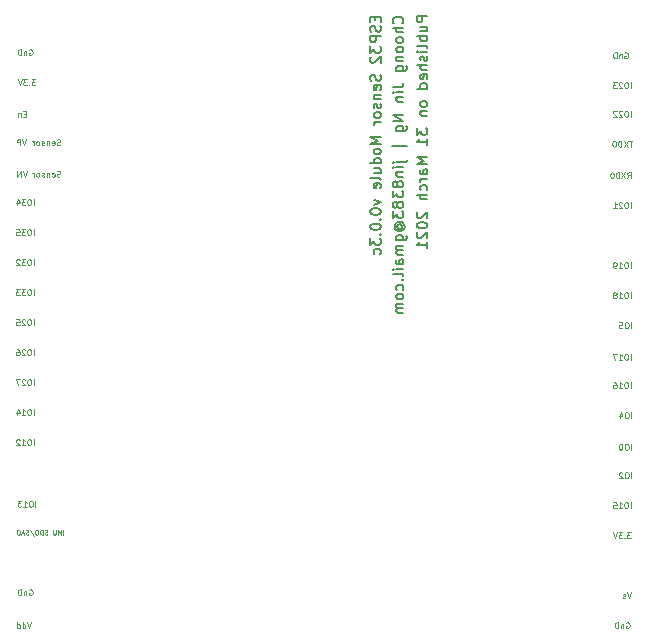
<source format=gbr>
%TF.GenerationSoftware,KiCad,Pcbnew,(5.1.9)-1*%
%TF.CreationDate,2021-03-31T16:36:21-07:00*%
%TF.ProjectId,esp32_sensor,65737033-325f-4736-956e-736f722e6b69,v0.0.3c*%
%TF.SameCoordinates,Original*%
%TF.FileFunction,Legend,Bot*%
%TF.FilePolarity,Positive*%
%FSLAX46Y46*%
G04 Gerber Fmt 4.6, Leading zero omitted, Abs format (unit mm)*
G04 Created by KiCad (PCBNEW (5.1.9)-1) date 2021-03-31 16:36:21*
%MOMM*%
%LPD*%
G01*
G04 APERTURE LIST*
%ADD10C,0.140000*%
%ADD11C,0.070000*%
G04 APERTURE END LIST*
D10*
X121057142Y-73243714D02*
X120157142Y-73243714D01*
X120157142Y-73586571D01*
X120200000Y-73672285D01*
X120242857Y-73715142D01*
X120328571Y-73758000D01*
X120457142Y-73758000D01*
X120542857Y-73715142D01*
X120585714Y-73672285D01*
X120628571Y-73586571D01*
X120628571Y-73243714D01*
X120457142Y-74529428D02*
X121057142Y-74529428D01*
X120457142Y-74143714D02*
X120928571Y-74143714D01*
X121014285Y-74186571D01*
X121057142Y-74272285D01*
X121057142Y-74400857D01*
X121014285Y-74486571D01*
X120971428Y-74529428D01*
X121057142Y-74958000D02*
X120157142Y-74958000D01*
X120500000Y-74958000D02*
X120457142Y-75043714D01*
X120457142Y-75215142D01*
X120500000Y-75300857D01*
X120542857Y-75343714D01*
X120628571Y-75386571D01*
X120885714Y-75386571D01*
X120971428Y-75343714D01*
X121014285Y-75300857D01*
X121057142Y-75215142D01*
X121057142Y-75043714D01*
X121014285Y-74958000D01*
X121057142Y-75900857D02*
X121014285Y-75815142D01*
X120928571Y-75772285D01*
X120157142Y-75772285D01*
X121057142Y-76243714D02*
X120457142Y-76243714D01*
X120157142Y-76243714D02*
X120200000Y-76200857D01*
X120242857Y-76243714D01*
X120200000Y-76286571D01*
X120157142Y-76243714D01*
X120242857Y-76243714D01*
X121014285Y-76629428D02*
X121057142Y-76715142D01*
X121057142Y-76886571D01*
X121014285Y-76972285D01*
X120928571Y-77015142D01*
X120885714Y-77015142D01*
X120800000Y-76972285D01*
X120757142Y-76886571D01*
X120757142Y-76758000D01*
X120714285Y-76672285D01*
X120628571Y-76629428D01*
X120585714Y-76629428D01*
X120500000Y-76672285D01*
X120457142Y-76758000D01*
X120457142Y-76886571D01*
X120500000Y-76972285D01*
X121057142Y-77400857D02*
X120157142Y-77400857D01*
X121057142Y-77786571D02*
X120585714Y-77786571D01*
X120500000Y-77743714D01*
X120457142Y-77658000D01*
X120457142Y-77529428D01*
X120500000Y-77443714D01*
X120542857Y-77400857D01*
X121014285Y-78558000D02*
X121057142Y-78472285D01*
X121057142Y-78300857D01*
X121014285Y-78215142D01*
X120928571Y-78172285D01*
X120585714Y-78172285D01*
X120500000Y-78215142D01*
X120457142Y-78300857D01*
X120457142Y-78472285D01*
X120500000Y-78558000D01*
X120585714Y-78600857D01*
X120671428Y-78600857D01*
X120757142Y-78172285D01*
X121057142Y-79372285D02*
X120157142Y-79372285D01*
X121014285Y-79372285D02*
X121057142Y-79286571D01*
X121057142Y-79115142D01*
X121014285Y-79029428D01*
X120971428Y-78986571D01*
X120885714Y-78943714D01*
X120628571Y-78943714D01*
X120542857Y-78986571D01*
X120500000Y-79029428D01*
X120457142Y-79115142D01*
X120457142Y-79286571D01*
X120500000Y-79372285D01*
X121057142Y-80615142D02*
X121014285Y-80529428D01*
X120971428Y-80486571D01*
X120885714Y-80443714D01*
X120628571Y-80443714D01*
X120542857Y-80486571D01*
X120500000Y-80529428D01*
X120457142Y-80615142D01*
X120457142Y-80743714D01*
X120500000Y-80829428D01*
X120542857Y-80872285D01*
X120628571Y-80915142D01*
X120885714Y-80915142D01*
X120971428Y-80872285D01*
X121014285Y-80829428D01*
X121057142Y-80743714D01*
X121057142Y-80615142D01*
X120457142Y-81300857D02*
X121057142Y-81300857D01*
X120542857Y-81300857D02*
X120500000Y-81343714D01*
X120457142Y-81429428D01*
X120457142Y-81558000D01*
X120500000Y-81643714D01*
X120585714Y-81686571D01*
X121057142Y-81686571D01*
X120157142Y-82715142D02*
X120157142Y-83272285D01*
X120500000Y-82972285D01*
X120500000Y-83100857D01*
X120542857Y-83186571D01*
X120585714Y-83229428D01*
X120671428Y-83272285D01*
X120885714Y-83272285D01*
X120971428Y-83229428D01*
X121014285Y-83186571D01*
X121057142Y-83100857D01*
X121057142Y-82843714D01*
X121014285Y-82758000D01*
X120971428Y-82715142D01*
X121057142Y-84129428D02*
X121057142Y-83615142D01*
X121057142Y-83872285D02*
X120157142Y-83872285D01*
X120285714Y-83786571D01*
X120371428Y-83700857D01*
X120414285Y-83615142D01*
X121057142Y-85200857D02*
X120157142Y-85200857D01*
X120800000Y-85500857D01*
X120157142Y-85800857D01*
X121057142Y-85800857D01*
X121057142Y-86615142D02*
X120585714Y-86615142D01*
X120500000Y-86572285D01*
X120457142Y-86486571D01*
X120457142Y-86315142D01*
X120500000Y-86229428D01*
X121014285Y-86615142D02*
X121057142Y-86529428D01*
X121057142Y-86315142D01*
X121014285Y-86229428D01*
X120928571Y-86186571D01*
X120842857Y-86186571D01*
X120757142Y-86229428D01*
X120714285Y-86315142D01*
X120714285Y-86529428D01*
X120671428Y-86615142D01*
X121057142Y-87043714D02*
X120457142Y-87043714D01*
X120628571Y-87043714D02*
X120542857Y-87086571D01*
X120500000Y-87129428D01*
X120457142Y-87215142D01*
X120457142Y-87300857D01*
X121014285Y-87986571D02*
X121057142Y-87900857D01*
X121057142Y-87729428D01*
X121014285Y-87643714D01*
X120971428Y-87600857D01*
X120885714Y-87558000D01*
X120628571Y-87558000D01*
X120542857Y-87600857D01*
X120500000Y-87643714D01*
X120457142Y-87729428D01*
X120457142Y-87900857D01*
X120500000Y-87986571D01*
X121057142Y-88372285D02*
X120157142Y-88372285D01*
X121057142Y-88758000D02*
X120585714Y-88758000D01*
X120500000Y-88715142D01*
X120457142Y-88629428D01*
X120457142Y-88500857D01*
X120500000Y-88415142D01*
X120542857Y-88372285D01*
X120242857Y-89829428D02*
X120200000Y-89872285D01*
X120157142Y-89958000D01*
X120157142Y-90172285D01*
X120200000Y-90258000D01*
X120242857Y-90300857D01*
X120328571Y-90343714D01*
X120414285Y-90343714D01*
X120542857Y-90300857D01*
X121057142Y-89786571D01*
X121057142Y-90343714D01*
X120157142Y-90900857D02*
X120157142Y-90986571D01*
X120200000Y-91072285D01*
X120242857Y-91115142D01*
X120328571Y-91158000D01*
X120500000Y-91200857D01*
X120714285Y-91200857D01*
X120885714Y-91158000D01*
X120971428Y-91115142D01*
X121014285Y-91072285D01*
X121057142Y-90986571D01*
X121057142Y-90900857D01*
X121014285Y-90815142D01*
X120971428Y-90772285D01*
X120885714Y-90729428D01*
X120714285Y-90686571D01*
X120500000Y-90686571D01*
X120328571Y-90729428D01*
X120242857Y-90772285D01*
X120200000Y-90815142D01*
X120157142Y-90900857D01*
X120242857Y-91543714D02*
X120200000Y-91586571D01*
X120157142Y-91672285D01*
X120157142Y-91886571D01*
X120200000Y-91972285D01*
X120242857Y-92015142D01*
X120328571Y-92058000D01*
X120414285Y-92058000D01*
X120542857Y-92015142D01*
X121057142Y-91500857D01*
X121057142Y-92058000D01*
X121057142Y-92915142D02*
X121057142Y-92400857D01*
X121057142Y-92658000D02*
X120157142Y-92658000D01*
X120285714Y-92572285D01*
X120371428Y-92486571D01*
X120414285Y-92400857D01*
X118939428Y-73852000D02*
X118982285Y-73809142D01*
X119025142Y-73680571D01*
X119025142Y-73594857D01*
X118982285Y-73466285D01*
X118896571Y-73380571D01*
X118810857Y-73337714D01*
X118639428Y-73294857D01*
X118510857Y-73294857D01*
X118339428Y-73337714D01*
X118253714Y-73380571D01*
X118168000Y-73466285D01*
X118125142Y-73594857D01*
X118125142Y-73680571D01*
X118168000Y-73809142D01*
X118210857Y-73852000D01*
X119025142Y-74237714D02*
X118125142Y-74237714D01*
X119025142Y-74623428D02*
X118553714Y-74623428D01*
X118468000Y-74580571D01*
X118425142Y-74494857D01*
X118425142Y-74366285D01*
X118468000Y-74280571D01*
X118510857Y-74237714D01*
X119025142Y-75180571D02*
X118982285Y-75094857D01*
X118939428Y-75052000D01*
X118853714Y-75009142D01*
X118596571Y-75009142D01*
X118510857Y-75052000D01*
X118468000Y-75094857D01*
X118425142Y-75180571D01*
X118425142Y-75309142D01*
X118468000Y-75394857D01*
X118510857Y-75437714D01*
X118596571Y-75480571D01*
X118853714Y-75480571D01*
X118939428Y-75437714D01*
X118982285Y-75394857D01*
X119025142Y-75309142D01*
X119025142Y-75180571D01*
X119025142Y-75994857D02*
X118982285Y-75909142D01*
X118939428Y-75866285D01*
X118853714Y-75823428D01*
X118596571Y-75823428D01*
X118510857Y-75866285D01*
X118468000Y-75909142D01*
X118425142Y-75994857D01*
X118425142Y-76123428D01*
X118468000Y-76209142D01*
X118510857Y-76252000D01*
X118596571Y-76294857D01*
X118853714Y-76294857D01*
X118939428Y-76252000D01*
X118982285Y-76209142D01*
X119025142Y-76123428D01*
X119025142Y-75994857D01*
X118425142Y-76680571D02*
X119025142Y-76680571D01*
X118510857Y-76680571D02*
X118468000Y-76723428D01*
X118425142Y-76809142D01*
X118425142Y-76937714D01*
X118468000Y-77023428D01*
X118553714Y-77066285D01*
X119025142Y-77066285D01*
X118425142Y-77880571D02*
X119153714Y-77880571D01*
X119239428Y-77837714D01*
X119282285Y-77794857D01*
X119325142Y-77709142D01*
X119325142Y-77580571D01*
X119282285Y-77494857D01*
X118982285Y-77880571D02*
X119025142Y-77794857D01*
X119025142Y-77623428D01*
X118982285Y-77537714D01*
X118939428Y-77494857D01*
X118853714Y-77452000D01*
X118596571Y-77452000D01*
X118510857Y-77494857D01*
X118468000Y-77537714D01*
X118425142Y-77623428D01*
X118425142Y-77794857D01*
X118468000Y-77880571D01*
X118125142Y-79252000D02*
X118768000Y-79252000D01*
X118896571Y-79209142D01*
X118982285Y-79123428D01*
X119025142Y-78994857D01*
X119025142Y-78909142D01*
X119025142Y-79680571D02*
X118425142Y-79680571D01*
X118125142Y-79680571D02*
X118168000Y-79637714D01*
X118210857Y-79680571D01*
X118168000Y-79723428D01*
X118125142Y-79680571D01*
X118210857Y-79680571D01*
X118425142Y-80109142D02*
X119025142Y-80109142D01*
X118510857Y-80109142D02*
X118468000Y-80152000D01*
X118425142Y-80237714D01*
X118425142Y-80366285D01*
X118468000Y-80452000D01*
X118553714Y-80494857D01*
X119025142Y-80494857D01*
X119025142Y-81609142D02*
X118125142Y-81609142D01*
X119025142Y-82123428D01*
X118125142Y-82123428D01*
X118425142Y-82937714D02*
X119153714Y-82937714D01*
X119239428Y-82894857D01*
X119282285Y-82852000D01*
X119325142Y-82766285D01*
X119325142Y-82637714D01*
X119282285Y-82552000D01*
X118982285Y-82937714D02*
X119025142Y-82852000D01*
X119025142Y-82680571D01*
X118982285Y-82594857D01*
X118939428Y-82552000D01*
X118853714Y-82509142D01*
X118596571Y-82509142D01*
X118510857Y-82552000D01*
X118468000Y-82594857D01*
X118425142Y-82680571D01*
X118425142Y-82852000D01*
X118468000Y-82937714D01*
X119325142Y-84266285D02*
X118039428Y-84266285D01*
X118425142Y-85594857D02*
X119196571Y-85594857D01*
X119282285Y-85552000D01*
X119325142Y-85466285D01*
X119325142Y-85423428D01*
X118125142Y-85594857D02*
X118168000Y-85552000D01*
X118210857Y-85594857D01*
X118168000Y-85637714D01*
X118125142Y-85594857D01*
X118210857Y-85594857D01*
X119025142Y-86023428D02*
X118425142Y-86023428D01*
X118125142Y-86023428D02*
X118168000Y-85980571D01*
X118210857Y-86023428D01*
X118168000Y-86066285D01*
X118125142Y-86023428D01*
X118210857Y-86023428D01*
X118425142Y-86452000D02*
X119025142Y-86452000D01*
X118510857Y-86452000D02*
X118468000Y-86494857D01*
X118425142Y-86580571D01*
X118425142Y-86709142D01*
X118468000Y-86794857D01*
X118553714Y-86837714D01*
X119025142Y-86837714D01*
X118510857Y-87394857D02*
X118468000Y-87309142D01*
X118425142Y-87266285D01*
X118339428Y-87223428D01*
X118296571Y-87223428D01*
X118210857Y-87266285D01*
X118168000Y-87309142D01*
X118125142Y-87394857D01*
X118125142Y-87566285D01*
X118168000Y-87652000D01*
X118210857Y-87694857D01*
X118296571Y-87737714D01*
X118339428Y-87737714D01*
X118425142Y-87694857D01*
X118468000Y-87652000D01*
X118510857Y-87566285D01*
X118510857Y-87394857D01*
X118553714Y-87309142D01*
X118596571Y-87266285D01*
X118682285Y-87223428D01*
X118853714Y-87223428D01*
X118939428Y-87266285D01*
X118982285Y-87309142D01*
X119025142Y-87394857D01*
X119025142Y-87566285D01*
X118982285Y-87652000D01*
X118939428Y-87694857D01*
X118853714Y-87737714D01*
X118682285Y-87737714D01*
X118596571Y-87694857D01*
X118553714Y-87652000D01*
X118510857Y-87566285D01*
X118125142Y-88037714D02*
X118125142Y-88594857D01*
X118468000Y-88294857D01*
X118468000Y-88423428D01*
X118510857Y-88509142D01*
X118553714Y-88552000D01*
X118639428Y-88594857D01*
X118853714Y-88594857D01*
X118939428Y-88552000D01*
X118982285Y-88509142D01*
X119025142Y-88423428D01*
X119025142Y-88166285D01*
X118982285Y-88080571D01*
X118939428Y-88037714D01*
X118510857Y-89109142D02*
X118468000Y-89023428D01*
X118425142Y-88980571D01*
X118339428Y-88937714D01*
X118296571Y-88937714D01*
X118210857Y-88980571D01*
X118168000Y-89023428D01*
X118125142Y-89109142D01*
X118125142Y-89280571D01*
X118168000Y-89366285D01*
X118210857Y-89409142D01*
X118296571Y-89452000D01*
X118339428Y-89452000D01*
X118425142Y-89409142D01*
X118468000Y-89366285D01*
X118510857Y-89280571D01*
X118510857Y-89109142D01*
X118553714Y-89023428D01*
X118596571Y-88980571D01*
X118682285Y-88937714D01*
X118853714Y-88937714D01*
X118939428Y-88980571D01*
X118982285Y-89023428D01*
X119025142Y-89109142D01*
X119025142Y-89280571D01*
X118982285Y-89366285D01*
X118939428Y-89409142D01*
X118853714Y-89452000D01*
X118682285Y-89452000D01*
X118596571Y-89409142D01*
X118553714Y-89366285D01*
X118510857Y-89280571D01*
X118125142Y-89752000D02*
X118125142Y-90309142D01*
X118468000Y-90009142D01*
X118468000Y-90137714D01*
X118510857Y-90223428D01*
X118553714Y-90266285D01*
X118639428Y-90309142D01*
X118853714Y-90309142D01*
X118939428Y-90266285D01*
X118982285Y-90223428D01*
X119025142Y-90137714D01*
X119025142Y-89880571D01*
X118982285Y-89794857D01*
X118939428Y-89752000D01*
X118596571Y-91252000D02*
X118553714Y-91209142D01*
X118510857Y-91123428D01*
X118510857Y-91037714D01*
X118553714Y-90952000D01*
X118596571Y-90909142D01*
X118682285Y-90866285D01*
X118768000Y-90866285D01*
X118853714Y-90909142D01*
X118896571Y-90952000D01*
X118939428Y-91037714D01*
X118939428Y-91123428D01*
X118896571Y-91209142D01*
X118853714Y-91252000D01*
X118510857Y-91252000D02*
X118853714Y-91252000D01*
X118896571Y-91294857D01*
X118896571Y-91337714D01*
X118853714Y-91423428D01*
X118768000Y-91466285D01*
X118553714Y-91466285D01*
X118425142Y-91380571D01*
X118339428Y-91252000D01*
X118296571Y-91080571D01*
X118339428Y-90909142D01*
X118425142Y-90780571D01*
X118553714Y-90694857D01*
X118725142Y-90652000D01*
X118896571Y-90694857D01*
X119025142Y-90780571D01*
X119110857Y-90909142D01*
X119153714Y-91080571D01*
X119110857Y-91252000D01*
X119025142Y-91380571D01*
X118425142Y-92237714D02*
X119153714Y-92237714D01*
X119239428Y-92194857D01*
X119282285Y-92152000D01*
X119325142Y-92066285D01*
X119325142Y-91937714D01*
X119282285Y-91852000D01*
X118982285Y-92237714D02*
X119025142Y-92152000D01*
X119025142Y-91980571D01*
X118982285Y-91894857D01*
X118939428Y-91852000D01*
X118853714Y-91809142D01*
X118596571Y-91809142D01*
X118510857Y-91852000D01*
X118468000Y-91894857D01*
X118425142Y-91980571D01*
X118425142Y-92152000D01*
X118468000Y-92237714D01*
X119025142Y-92666285D02*
X118425142Y-92666285D01*
X118510857Y-92666285D02*
X118468000Y-92709142D01*
X118425142Y-92794857D01*
X118425142Y-92923428D01*
X118468000Y-93009142D01*
X118553714Y-93052000D01*
X119025142Y-93052000D01*
X118553714Y-93052000D02*
X118468000Y-93094857D01*
X118425142Y-93180571D01*
X118425142Y-93309142D01*
X118468000Y-93394857D01*
X118553714Y-93437714D01*
X119025142Y-93437714D01*
X119025142Y-94252000D02*
X118553714Y-94252000D01*
X118468000Y-94209142D01*
X118425142Y-94123428D01*
X118425142Y-93952000D01*
X118468000Y-93866285D01*
X118982285Y-94252000D02*
X119025142Y-94166285D01*
X119025142Y-93952000D01*
X118982285Y-93866285D01*
X118896571Y-93823428D01*
X118810857Y-93823428D01*
X118725142Y-93866285D01*
X118682285Y-93952000D01*
X118682285Y-94166285D01*
X118639428Y-94252000D01*
X119025142Y-94680571D02*
X118425142Y-94680571D01*
X118125142Y-94680571D02*
X118168000Y-94637714D01*
X118210857Y-94680571D01*
X118168000Y-94723428D01*
X118125142Y-94680571D01*
X118210857Y-94680571D01*
X119025142Y-95237714D02*
X118982285Y-95152000D01*
X118896571Y-95109142D01*
X118125142Y-95109142D01*
X118939428Y-95580571D02*
X118982285Y-95623428D01*
X119025142Y-95580571D01*
X118982285Y-95537714D01*
X118939428Y-95580571D01*
X119025142Y-95580571D01*
X118982285Y-96394857D02*
X119025142Y-96309142D01*
X119025142Y-96137714D01*
X118982285Y-96052000D01*
X118939428Y-96009142D01*
X118853714Y-95966285D01*
X118596571Y-95966285D01*
X118510857Y-96009142D01*
X118468000Y-96052000D01*
X118425142Y-96137714D01*
X118425142Y-96309142D01*
X118468000Y-96394857D01*
X119025142Y-96909142D02*
X118982285Y-96823428D01*
X118939428Y-96780571D01*
X118853714Y-96737714D01*
X118596571Y-96737714D01*
X118510857Y-96780571D01*
X118468000Y-96823428D01*
X118425142Y-96909142D01*
X118425142Y-97037714D01*
X118468000Y-97123428D01*
X118510857Y-97166285D01*
X118596571Y-97209142D01*
X118853714Y-97209142D01*
X118939428Y-97166285D01*
X118982285Y-97123428D01*
X119025142Y-97037714D01*
X119025142Y-96909142D01*
X119025142Y-97594857D02*
X118425142Y-97594857D01*
X118510857Y-97594857D02*
X118468000Y-97637714D01*
X118425142Y-97723428D01*
X118425142Y-97852000D01*
X118468000Y-97937714D01*
X118553714Y-97980571D01*
X119025142Y-97980571D01*
X118553714Y-97980571D02*
X118468000Y-98023428D01*
X118425142Y-98109142D01*
X118425142Y-98237714D01*
X118468000Y-98323428D01*
X118553714Y-98366285D01*
X119025142Y-98366285D01*
X116648714Y-73283428D02*
X116648714Y-73583428D01*
X117120142Y-73712000D02*
X117120142Y-73283428D01*
X116220142Y-73283428D01*
X116220142Y-73712000D01*
X117077285Y-74054857D02*
X117120142Y-74183428D01*
X117120142Y-74397714D01*
X117077285Y-74483428D01*
X117034428Y-74526285D01*
X116948714Y-74569142D01*
X116863000Y-74569142D01*
X116777285Y-74526285D01*
X116734428Y-74483428D01*
X116691571Y-74397714D01*
X116648714Y-74226285D01*
X116605857Y-74140571D01*
X116563000Y-74097714D01*
X116477285Y-74054857D01*
X116391571Y-74054857D01*
X116305857Y-74097714D01*
X116263000Y-74140571D01*
X116220142Y-74226285D01*
X116220142Y-74440571D01*
X116263000Y-74569142D01*
X117120142Y-74954857D02*
X116220142Y-74954857D01*
X116220142Y-75297714D01*
X116263000Y-75383428D01*
X116305857Y-75426285D01*
X116391571Y-75469142D01*
X116520142Y-75469142D01*
X116605857Y-75426285D01*
X116648714Y-75383428D01*
X116691571Y-75297714D01*
X116691571Y-74954857D01*
X116220142Y-75769142D02*
X116220142Y-76326285D01*
X116563000Y-76026285D01*
X116563000Y-76154857D01*
X116605857Y-76240571D01*
X116648714Y-76283428D01*
X116734428Y-76326285D01*
X116948714Y-76326285D01*
X117034428Y-76283428D01*
X117077285Y-76240571D01*
X117120142Y-76154857D01*
X117120142Y-75897714D01*
X117077285Y-75812000D01*
X117034428Y-75769142D01*
X116305857Y-76669142D02*
X116263000Y-76712000D01*
X116220142Y-76797714D01*
X116220142Y-77012000D01*
X116263000Y-77097714D01*
X116305857Y-77140571D01*
X116391571Y-77183428D01*
X116477285Y-77183428D01*
X116605857Y-77140571D01*
X117120142Y-76626285D01*
X117120142Y-77183428D01*
X117077285Y-78212000D02*
X117120142Y-78340571D01*
X117120142Y-78554857D01*
X117077285Y-78640571D01*
X117034428Y-78683428D01*
X116948714Y-78726285D01*
X116863000Y-78726285D01*
X116777285Y-78683428D01*
X116734428Y-78640571D01*
X116691571Y-78554857D01*
X116648714Y-78383428D01*
X116605857Y-78297714D01*
X116563000Y-78254857D01*
X116477285Y-78212000D01*
X116391571Y-78212000D01*
X116305857Y-78254857D01*
X116263000Y-78297714D01*
X116220142Y-78383428D01*
X116220142Y-78597714D01*
X116263000Y-78726285D01*
X117077285Y-79454857D02*
X117120142Y-79369142D01*
X117120142Y-79197714D01*
X117077285Y-79112000D01*
X116991571Y-79069142D01*
X116648714Y-79069142D01*
X116563000Y-79112000D01*
X116520142Y-79197714D01*
X116520142Y-79369142D01*
X116563000Y-79454857D01*
X116648714Y-79497714D01*
X116734428Y-79497714D01*
X116820142Y-79069142D01*
X116520142Y-79883428D02*
X117120142Y-79883428D01*
X116605857Y-79883428D02*
X116563000Y-79926285D01*
X116520142Y-80012000D01*
X116520142Y-80140571D01*
X116563000Y-80226285D01*
X116648714Y-80269142D01*
X117120142Y-80269142D01*
X117077285Y-80654857D02*
X117120142Y-80740571D01*
X117120142Y-80912000D01*
X117077285Y-80997714D01*
X116991571Y-81040571D01*
X116948714Y-81040571D01*
X116863000Y-80997714D01*
X116820142Y-80912000D01*
X116820142Y-80783428D01*
X116777285Y-80697714D01*
X116691571Y-80654857D01*
X116648714Y-80654857D01*
X116563000Y-80697714D01*
X116520142Y-80783428D01*
X116520142Y-80912000D01*
X116563000Y-80997714D01*
X117120142Y-81554857D02*
X117077285Y-81469142D01*
X117034428Y-81426285D01*
X116948714Y-81383428D01*
X116691571Y-81383428D01*
X116605857Y-81426285D01*
X116563000Y-81469142D01*
X116520142Y-81554857D01*
X116520142Y-81683428D01*
X116563000Y-81769142D01*
X116605857Y-81812000D01*
X116691571Y-81854857D01*
X116948714Y-81854857D01*
X117034428Y-81812000D01*
X117077285Y-81769142D01*
X117120142Y-81683428D01*
X117120142Y-81554857D01*
X117120142Y-82240571D02*
X116520142Y-82240571D01*
X116691571Y-82240571D02*
X116605857Y-82283428D01*
X116563000Y-82326285D01*
X116520142Y-82412000D01*
X116520142Y-82497714D01*
X117120142Y-83483428D02*
X116220142Y-83483428D01*
X116863000Y-83783428D01*
X116220142Y-84083428D01*
X117120142Y-84083428D01*
X117120142Y-84640571D02*
X117077285Y-84554857D01*
X117034428Y-84512000D01*
X116948714Y-84469142D01*
X116691571Y-84469142D01*
X116605857Y-84512000D01*
X116563000Y-84554857D01*
X116520142Y-84640571D01*
X116520142Y-84769142D01*
X116563000Y-84854857D01*
X116605857Y-84897714D01*
X116691571Y-84940571D01*
X116948714Y-84940571D01*
X117034428Y-84897714D01*
X117077285Y-84854857D01*
X117120142Y-84769142D01*
X117120142Y-84640571D01*
X117120142Y-85712000D02*
X116220142Y-85712000D01*
X117077285Y-85712000D02*
X117120142Y-85626285D01*
X117120142Y-85454857D01*
X117077285Y-85369142D01*
X117034428Y-85326285D01*
X116948714Y-85283428D01*
X116691571Y-85283428D01*
X116605857Y-85326285D01*
X116563000Y-85369142D01*
X116520142Y-85454857D01*
X116520142Y-85626285D01*
X116563000Y-85712000D01*
X116520142Y-86526285D02*
X117120142Y-86526285D01*
X116520142Y-86140571D02*
X116991571Y-86140571D01*
X117077285Y-86183428D01*
X117120142Y-86269142D01*
X117120142Y-86397714D01*
X117077285Y-86483428D01*
X117034428Y-86526285D01*
X117120142Y-87083428D02*
X117077285Y-86997714D01*
X116991571Y-86954857D01*
X116220142Y-86954857D01*
X117077285Y-87769142D02*
X117120142Y-87683428D01*
X117120142Y-87512000D01*
X117077285Y-87426285D01*
X116991571Y-87383428D01*
X116648714Y-87383428D01*
X116563000Y-87426285D01*
X116520142Y-87512000D01*
X116520142Y-87683428D01*
X116563000Y-87769142D01*
X116648714Y-87812000D01*
X116734428Y-87812000D01*
X116820142Y-87383428D01*
X116520142Y-88797714D02*
X117120142Y-89011999D01*
X116520142Y-89226285D01*
X116220142Y-89740571D02*
X116220142Y-89826285D01*
X116263000Y-89911999D01*
X116305857Y-89954857D01*
X116391571Y-89997714D01*
X116563000Y-90040571D01*
X116777285Y-90040571D01*
X116948714Y-89997714D01*
X117034428Y-89954857D01*
X117077285Y-89911999D01*
X117120142Y-89826285D01*
X117120142Y-89740571D01*
X117077285Y-89654857D01*
X117034428Y-89611999D01*
X116948714Y-89569142D01*
X116777285Y-89526285D01*
X116563000Y-89526285D01*
X116391571Y-89569142D01*
X116305857Y-89611999D01*
X116263000Y-89654857D01*
X116220142Y-89740571D01*
X117034428Y-90426285D02*
X117077285Y-90469142D01*
X117120142Y-90426285D01*
X117077285Y-90383428D01*
X117034428Y-90426285D01*
X117120142Y-90426285D01*
X116220142Y-91026285D02*
X116220142Y-91111999D01*
X116263000Y-91197714D01*
X116305857Y-91240571D01*
X116391571Y-91283428D01*
X116563000Y-91326285D01*
X116777285Y-91326285D01*
X116948714Y-91283428D01*
X117034428Y-91240571D01*
X117077285Y-91197714D01*
X117120142Y-91111999D01*
X117120142Y-91026285D01*
X117077285Y-90940571D01*
X117034428Y-90897714D01*
X116948714Y-90854857D01*
X116777285Y-90811999D01*
X116563000Y-90811999D01*
X116391571Y-90854857D01*
X116305857Y-90897714D01*
X116263000Y-90940571D01*
X116220142Y-91026285D01*
X117034428Y-91711999D02*
X117077285Y-91754857D01*
X117120142Y-91711999D01*
X117077285Y-91669142D01*
X117034428Y-91711999D01*
X117120142Y-91711999D01*
X116220142Y-92054857D02*
X116220142Y-92611999D01*
X116563000Y-92311999D01*
X116563000Y-92440571D01*
X116605857Y-92526285D01*
X116648714Y-92569142D01*
X116734428Y-92611999D01*
X116948714Y-92611999D01*
X117034428Y-92569142D01*
X117077285Y-92526285D01*
X117120142Y-92440571D01*
X117120142Y-92183428D01*
X117077285Y-92097714D01*
X117034428Y-92054857D01*
X117077285Y-93383428D02*
X117120142Y-93297714D01*
X117120142Y-93126285D01*
X117077285Y-93040571D01*
X117034428Y-92997714D01*
X116948714Y-92954857D01*
X116691571Y-92954857D01*
X116605857Y-92997714D01*
X116563000Y-93040571D01*
X116520142Y-93126285D01*
X116520142Y-93297714D01*
X116563000Y-93383428D01*
%TO.C,J_2*%
D11*
X137759238Y-76331000D02*
X137806857Y-76307190D01*
X137878285Y-76307190D01*
X137949714Y-76331000D01*
X137997333Y-76378619D01*
X138021142Y-76426238D01*
X138044952Y-76521476D01*
X138044952Y-76592904D01*
X138021142Y-76688142D01*
X137997333Y-76735761D01*
X137949714Y-76783380D01*
X137878285Y-76807190D01*
X137830666Y-76807190D01*
X137759238Y-76783380D01*
X137735428Y-76759571D01*
X137735428Y-76592904D01*
X137830666Y-76592904D01*
X137521142Y-76473857D02*
X137521142Y-76807190D01*
X137521142Y-76521476D02*
X137497333Y-76497666D01*
X137449714Y-76473857D01*
X137378285Y-76473857D01*
X137330666Y-76497666D01*
X137306857Y-76545285D01*
X137306857Y-76807190D01*
X137068761Y-76807190D02*
X137068761Y-76307190D01*
X136949714Y-76307190D01*
X136878285Y-76331000D01*
X136830666Y-76378619D01*
X136806857Y-76426238D01*
X136783047Y-76521476D01*
X136783047Y-76592904D01*
X136806857Y-76688142D01*
X136830666Y-76735761D01*
X136878285Y-76783380D01*
X136949714Y-76807190D01*
X137068761Y-76807190D01*
X138279095Y-79347190D02*
X138279095Y-78847190D01*
X137945761Y-78847190D02*
X137850523Y-78847190D01*
X137802904Y-78871000D01*
X137755285Y-78918619D01*
X137731476Y-79013857D01*
X137731476Y-79180523D01*
X137755285Y-79275761D01*
X137802904Y-79323380D01*
X137850523Y-79347190D01*
X137945761Y-79347190D01*
X137993380Y-79323380D01*
X138041000Y-79275761D01*
X138064809Y-79180523D01*
X138064809Y-79013857D01*
X138041000Y-78918619D01*
X137993380Y-78871000D01*
X137945761Y-78847190D01*
X137541000Y-78894809D02*
X137517190Y-78871000D01*
X137469571Y-78847190D01*
X137350523Y-78847190D01*
X137302904Y-78871000D01*
X137279095Y-78894809D01*
X137255285Y-78942428D01*
X137255285Y-78990047D01*
X137279095Y-79061476D01*
X137564809Y-79347190D01*
X137255285Y-79347190D01*
X137088619Y-78847190D02*
X136779095Y-78847190D01*
X136945761Y-79037666D01*
X136874333Y-79037666D01*
X136826714Y-79061476D01*
X136802904Y-79085285D01*
X136779095Y-79132904D01*
X136779095Y-79251952D01*
X136802904Y-79299571D01*
X136826714Y-79323380D01*
X136874333Y-79347190D01*
X137017190Y-79347190D01*
X137064809Y-79323380D01*
X137088619Y-79299571D01*
X138279095Y-81760190D02*
X138279095Y-81260190D01*
X137945761Y-81260190D02*
X137850523Y-81260190D01*
X137802904Y-81284000D01*
X137755285Y-81331619D01*
X137731476Y-81426857D01*
X137731476Y-81593523D01*
X137755285Y-81688761D01*
X137802904Y-81736380D01*
X137850523Y-81760190D01*
X137945761Y-81760190D01*
X137993380Y-81736380D01*
X138041000Y-81688761D01*
X138064809Y-81593523D01*
X138064809Y-81426857D01*
X138041000Y-81331619D01*
X137993380Y-81284000D01*
X137945761Y-81260190D01*
X137541000Y-81307809D02*
X137517190Y-81284000D01*
X137469571Y-81260190D01*
X137350523Y-81260190D01*
X137302904Y-81284000D01*
X137279095Y-81307809D01*
X137255285Y-81355428D01*
X137255285Y-81403047D01*
X137279095Y-81474476D01*
X137564809Y-81760190D01*
X137255285Y-81760190D01*
X137064809Y-81307809D02*
X137041000Y-81284000D01*
X136993380Y-81260190D01*
X136874333Y-81260190D01*
X136826714Y-81284000D01*
X136802904Y-81307809D01*
X136779095Y-81355428D01*
X136779095Y-81403047D01*
X136802904Y-81474476D01*
X137088619Y-81760190D01*
X136779095Y-81760190D01*
X137985428Y-86967190D02*
X138152095Y-86729095D01*
X138271142Y-86967190D02*
X138271142Y-86467190D01*
X138080666Y-86467190D01*
X138033047Y-86491000D01*
X138009238Y-86514809D01*
X137985428Y-86562428D01*
X137985428Y-86633857D01*
X138009238Y-86681476D01*
X138033047Y-86705285D01*
X138080666Y-86729095D01*
X138271142Y-86729095D01*
X137818761Y-86467190D02*
X137485428Y-86967190D01*
X137485428Y-86467190D02*
X137818761Y-86967190D01*
X137294952Y-86967190D02*
X137294952Y-86467190D01*
X137175904Y-86467190D01*
X137104476Y-86491000D01*
X137056857Y-86538619D01*
X137033047Y-86586238D01*
X137009238Y-86681476D01*
X137009238Y-86752904D01*
X137033047Y-86848142D01*
X137056857Y-86895761D01*
X137104476Y-86943380D01*
X137175904Y-86967190D01*
X137294952Y-86967190D01*
X136699714Y-86467190D02*
X136652095Y-86467190D01*
X136604476Y-86491000D01*
X136580666Y-86514809D01*
X136556857Y-86562428D01*
X136533047Y-86657666D01*
X136533047Y-86776714D01*
X136556857Y-86871952D01*
X136580666Y-86919571D01*
X136604476Y-86943380D01*
X136652095Y-86967190D01*
X136699714Y-86967190D01*
X136747333Y-86943380D01*
X136771142Y-86919571D01*
X136794952Y-86871952D01*
X136818761Y-86776714D01*
X136818761Y-86657666D01*
X136794952Y-86562428D01*
X136771142Y-86514809D01*
X136747333Y-86491000D01*
X136699714Y-86467190D01*
X138410047Y-83800190D02*
X138124333Y-83800190D01*
X138267190Y-84300190D02*
X138267190Y-83800190D01*
X138005285Y-83800190D02*
X137671952Y-84300190D01*
X137671952Y-83800190D02*
X138005285Y-84300190D01*
X137481476Y-84300190D02*
X137481476Y-83800190D01*
X137362428Y-83800190D01*
X137291000Y-83824000D01*
X137243380Y-83871619D01*
X137219571Y-83919238D01*
X137195761Y-84014476D01*
X137195761Y-84085904D01*
X137219571Y-84181142D01*
X137243380Y-84228761D01*
X137291000Y-84276380D01*
X137362428Y-84300190D01*
X137481476Y-84300190D01*
X136886238Y-83800190D02*
X136838619Y-83800190D01*
X136791000Y-83824000D01*
X136767190Y-83847809D01*
X136743380Y-83895428D01*
X136719571Y-83990666D01*
X136719571Y-84109714D01*
X136743380Y-84204952D01*
X136767190Y-84252571D01*
X136791000Y-84276380D01*
X136838619Y-84300190D01*
X136886238Y-84300190D01*
X136933857Y-84276380D01*
X136957666Y-84252571D01*
X136981476Y-84204952D01*
X137005285Y-84109714D01*
X137005285Y-83990666D01*
X136981476Y-83895428D01*
X136957666Y-83847809D01*
X136933857Y-83824000D01*
X136886238Y-83800190D01*
X138279095Y-89507190D02*
X138279095Y-89007190D01*
X137945761Y-89007190D02*
X137850523Y-89007190D01*
X137802904Y-89031000D01*
X137755285Y-89078619D01*
X137731476Y-89173857D01*
X137731476Y-89340523D01*
X137755285Y-89435761D01*
X137802904Y-89483380D01*
X137850523Y-89507190D01*
X137945761Y-89507190D01*
X137993380Y-89483380D01*
X138041000Y-89435761D01*
X138064809Y-89340523D01*
X138064809Y-89173857D01*
X138041000Y-89078619D01*
X137993380Y-89031000D01*
X137945761Y-89007190D01*
X137541000Y-89054809D02*
X137517190Y-89031000D01*
X137469571Y-89007190D01*
X137350523Y-89007190D01*
X137302904Y-89031000D01*
X137279095Y-89054809D01*
X137255285Y-89102428D01*
X137255285Y-89150047D01*
X137279095Y-89221476D01*
X137564809Y-89507190D01*
X137255285Y-89507190D01*
X136779095Y-89507190D02*
X137064809Y-89507190D01*
X136921952Y-89507190D02*
X136921952Y-89007190D01*
X136969571Y-89078619D01*
X137017190Y-89126238D01*
X137064809Y-89150047D01*
X138279095Y-94587190D02*
X138279095Y-94087190D01*
X137945761Y-94087190D02*
X137850523Y-94087190D01*
X137802904Y-94111000D01*
X137755285Y-94158619D01*
X137731476Y-94253857D01*
X137731476Y-94420523D01*
X137755285Y-94515761D01*
X137802904Y-94563380D01*
X137850523Y-94587190D01*
X137945761Y-94587190D01*
X137993380Y-94563380D01*
X138041000Y-94515761D01*
X138064809Y-94420523D01*
X138064809Y-94253857D01*
X138041000Y-94158619D01*
X137993380Y-94111000D01*
X137945761Y-94087190D01*
X137255285Y-94587190D02*
X137541000Y-94587190D01*
X137398142Y-94587190D02*
X137398142Y-94087190D01*
X137445761Y-94158619D01*
X137493380Y-94206238D01*
X137541000Y-94230047D01*
X137017190Y-94587190D02*
X136921952Y-94587190D01*
X136874333Y-94563380D01*
X136850523Y-94539571D01*
X136802904Y-94468142D01*
X136779095Y-94372904D01*
X136779095Y-94182428D01*
X136802904Y-94134809D01*
X136826714Y-94111000D01*
X136874333Y-94087190D01*
X136969571Y-94087190D01*
X137017190Y-94111000D01*
X137041000Y-94134809D01*
X137064809Y-94182428D01*
X137064809Y-94301476D01*
X137041000Y-94349095D01*
X137017190Y-94372904D01*
X136969571Y-94396714D01*
X136874333Y-94396714D01*
X136826714Y-94372904D01*
X136802904Y-94349095D01*
X136779095Y-94301476D01*
X138279095Y-97127190D02*
X138279095Y-96627190D01*
X137945761Y-96627190D02*
X137850523Y-96627190D01*
X137802904Y-96651000D01*
X137755285Y-96698619D01*
X137731476Y-96793857D01*
X137731476Y-96960523D01*
X137755285Y-97055761D01*
X137802904Y-97103380D01*
X137850523Y-97127190D01*
X137945761Y-97127190D01*
X137993380Y-97103380D01*
X138041000Y-97055761D01*
X138064809Y-96960523D01*
X138064809Y-96793857D01*
X138041000Y-96698619D01*
X137993380Y-96651000D01*
X137945761Y-96627190D01*
X137255285Y-97127190D02*
X137541000Y-97127190D01*
X137398142Y-97127190D02*
X137398142Y-96627190D01*
X137445761Y-96698619D01*
X137493380Y-96746238D01*
X137541000Y-96770047D01*
X136969571Y-96841476D02*
X137017190Y-96817666D01*
X137041000Y-96793857D01*
X137064809Y-96746238D01*
X137064809Y-96722428D01*
X137041000Y-96674809D01*
X137017190Y-96651000D01*
X136969571Y-96627190D01*
X136874333Y-96627190D01*
X136826714Y-96651000D01*
X136802904Y-96674809D01*
X136779095Y-96722428D01*
X136779095Y-96746238D01*
X136802904Y-96793857D01*
X136826714Y-96817666D01*
X136874333Y-96841476D01*
X136969571Y-96841476D01*
X137017190Y-96865285D01*
X137041000Y-96889095D01*
X137064809Y-96936714D01*
X137064809Y-97031952D01*
X137041000Y-97079571D01*
X137017190Y-97103380D01*
X136969571Y-97127190D01*
X136874333Y-97127190D01*
X136826714Y-97103380D01*
X136802904Y-97079571D01*
X136779095Y-97031952D01*
X136779095Y-96936714D01*
X136802904Y-96889095D01*
X136826714Y-96865285D01*
X136874333Y-96841476D01*
X138295000Y-99667190D02*
X138295000Y-99167190D01*
X137961666Y-99167190D02*
X137866428Y-99167190D01*
X137818809Y-99191000D01*
X137771190Y-99238619D01*
X137747380Y-99333857D01*
X137747380Y-99500523D01*
X137771190Y-99595761D01*
X137818809Y-99643380D01*
X137866428Y-99667190D01*
X137961666Y-99667190D01*
X138009285Y-99643380D01*
X138056904Y-99595761D01*
X138080714Y-99500523D01*
X138080714Y-99333857D01*
X138056904Y-99238619D01*
X138009285Y-99191000D01*
X137961666Y-99167190D01*
X137295000Y-99167190D02*
X137533095Y-99167190D01*
X137556904Y-99405285D01*
X137533095Y-99381476D01*
X137485476Y-99357666D01*
X137366428Y-99357666D01*
X137318809Y-99381476D01*
X137295000Y-99405285D01*
X137271190Y-99452904D01*
X137271190Y-99571952D01*
X137295000Y-99619571D01*
X137318809Y-99643380D01*
X137366428Y-99667190D01*
X137485476Y-99667190D01*
X137533095Y-99643380D01*
X137556904Y-99619571D01*
X138279095Y-102334190D02*
X138279095Y-101834190D01*
X137945761Y-101834190D02*
X137850523Y-101834190D01*
X137802904Y-101858000D01*
X137755285Y-101905619D01*
X137731476Y-102000857D01*
X137731476Y-102167523D01*
X137755285Y-102262761D01*
X137802904Y-102310380D01*
X137850523Y-102334190D01*
X137945761Y-102334190D01*
X137993380Y-102310380D01*
X138041000Y-102262761D01*
X138064809Y-102167523D01*
X138064809Y-102000857D01*
X138041000Y-101905619D01*
X137993380Y-101858000D01*
X137945761Y-101834190D01*
X137255285Y-102334190D02*
X137541000Y-102334190D01*
X137398142Y-102334190D02*
X137398142Y-101834190D01*
X137445761Y-101905619D01*
X137493380Y-101953238D01*
X137541000Y-101977047D01*
X137088619Y-101834190D02*
X136755285Y-101834190D01*
X136969571Y-102334190D01*
X138279095Y-104747190D02*
X138279095Y-104247190D01*
X137945761Y-104247190D02*
X137850523Y-104247190D01*
X137802904Y-104271000D01*
X137755285Y-104318619D01*
X137731476Y-104413857D01*
X137731476Y-104580523D01*
X137755285Y-104675761D01*
X137802904Y-104723380D01*
X137850523Y-104747190D01*
X137945761Y-104747190D01*
X137993380Y-104723380D01*
X138041000Y-104675761D01*
X138064809Y-104580523D01*
X138064809Y-104413857D01*
X138041000Y-104318619D01*
X137993380Y-104271000D01*
X137945761Y-104247190D01*
X137255285Y-104747190D02*
X137541000Y-104747190D01*
X137398142Y-104747190D02*
X137398142Y-104247190D01*
X137445761Y-104318619D01*
X137493380Y-104366238D01*
X137541000Y-104390047D01*
X136826714Y-104247190D02*
X136921952Y-104247190D01*
X136969571Y-104271000D01*
X136993380Y-104294809D01*
X137041000Y-104366238D01*
X137064809Y-104461476D01*
X137064809Y-104651952D01*
X137041000Y-104699571D01*
X137017190Y-104723380D01*
X136969571Y-104747190D01*
X136874333Y-104747190D01*
X136826714Y-104723380D01*
X136802904Y-104699571D01*
X136779095Y-104651952D01*
X136779095Y-104532904D01*
X136802904Y-104485285D01*
X136826714Y-104461476D01*
X136874333Y-104437666D01*
X136969571Y-104437666D01*
X137017190Y-104461476D01*
X137041000Y-104485285D01*
X137064809Y-104532904D01*
X138295000Y-107287190D02*
X138295000Y-106787190D01*
X137961666Y-106787190D02*
X137866428Y-106787190D01*
X137818809Y-106811000D01*
X137771190Y-106858619D01*
X137747380Y-106953857D01*
X137747380Y-107120523D01*
X137771190Y-107215761D01*
X137818809Y-107263380D01*
X137866428Y-107287190D01*
X137961666Y-107287190D01*
X138009285Y-107263380D01*
X138056904Y-107215761D01*
X138080714Y-107120523D01*
X138080714Y-106953857D01*
X138056904Y-106858619D01*
X138009285Y-106811000D01*
X137961666Y-106787190D01*
X137318809Y-106953857D02*
X137318809Y-107287190D01*
X137437857Y-106763380D02*
X137556904Y-107120523D01*
X137247380Y-107120523D01*
X138295000Y-109954190D02*
X138295000Y-109454190D01*
X137961666Y-109454190D02*
X137866428Y-109454190D01*
X137818809Y-109478000D01*
X137771190Y-109525619D01*
X137747380Y-109620857D01*
X137747380Y-109787523D01*
X137771190Y-109882761D01*
X137818809Y-109930380D01*
X137866428Y-109954190D01*
X137961666Y-109954190D01*
X138009285Y-109930380D01*
X138056904Y-109882761D01*
X138080714Y-109787523D01*
X138080714Y-109620857D01*
X138056904Y-109525619D01*
X138009285Y-109478000D01*
X137961666Y-109454190D01*
X137437857Y-109454190D02*
X137390238Y-109454190D01*
X137342619Y-109478000D01*
X137318809Y-109501809D01*
X137295000Y-109549428D01*
X137271190Y-109644666D01*
X137271190Y-109763714D01*
X137295000Y-109858952D01*
X137318809Y-109906571D01*
X137342619Y-109930380D01*
X137390238Y-109954190D01*
X137437857Y-109954190D01*
X137485476Y-109930380D01*
X137509285Y-109906571D01*
X137533095Y-109858952D01*
X137556904Y-109763714D01*
X137556904Y-109644666D01*
X137533095Y-109549428D01*
X137509285Y-109501809D01*
X137485476Y-109478000D01*
X137437857Y-109454190D01*
X138295000Y-112367190D02*
X138295000Y-111867190D01*
X137961666Y-111867190D02*
X137866428Y-111867190D01*
X137818809Y-111891000D01*
X137771190Y-111938619D01*
X137747380Y-112033857D01*
X137747380Y-112200523D01*
X137771190Y-112295761D01*
X137818809Y-112343380D01*
X137866428Y-112367190D01*
X137961666Y-112367190D01*
X138009285Y-112343380D01*
X138056904Y-112295761D01*
X138080714Y-112200523D01*
X138080714Y-112033857D01*
X138056904Y-111938619D01*
X138009285Y-111891000D01*
X137961666Y-111867190D01*
X137556904Y-111914809D02*
X137533095Y-111891000D01*
X137485476Y-111867190D01*
X137366428Y-111867190D01*
X137318809Y-111891000D01*
X137295000Y-111914809D01*
X137271190Y-111962428D01*
X137271190Y-112010047D01*
X137295000Y-112081476D01*
X137580714Y-112367190D01*
X137271190Y-112367190D01*
X138279095Y-114907190D02*
X138279095Y-114407190D01*
X137945761Y-114407190D02*
X137850523Y-114407190D01*
X137802904Y-114431000D01*
X137755285Y-114478619D01*
X137731476Y-114573857D01*
X137731476Y-114740523D01*
X137755285Y-114835761D01*
X137802904Y-114883380D01*
X137850523Y-114907190D01*
X137945761Y-114907190D01*
X137993380Y-114883380D01*
X138041000Y-114835761D01*
X138064809Y-114740523D01*
X138064809Y-114573857D01*
X138041000Y-114478619D01*
X137993380Y-114431000D01*
X137945761Y-114407190D01*
X137255285Y-114907190D02*
X137541000Y-114907190D01*
X137398142Y-114907190D02*
X137398142Y-114407190D01*
X137445761Y-114478619D01*
X137493380Y-114526238D01*
X137541000Y-114550047D01*
X136802904Y-114407190D02*
X137041000Y-114407190D01*
X137064809Y-114645285D01*
X137041000Y-114621476D01*
X136993380Y-114597666D01*
X136874333Y-114597666D01*
X136826714Y-114621476D01*
X136802904Y-114645285D01*
X136779095Y-114692904D01*
X136779095Y-114811952D01*
X136802904Y-114859571D01*
X136826714Y-114883380D01*
X136874333Y-114907190D01*
X136993380Y-114907190D01*
X137041000Y-114883380D01*
X137064809Y-114859571D01*
X138279095Y-116947190D02*
X137969571Y-116947190D01*
X138136238Y-117137666D01*
X138064809Y-117137666D01*
X138017190Y-117161476D01*
X137993380Y-117185285D01*
X137969571Y-117232904D01*
X137969571Y-117351952D01*
X137993380Y-117399571D01*
X138017190Y-117423380D01*
X138064809Y-117447190D01*
X138207666Y-117447190D01*
X138255285Y-117423380D01*
X138279095Y-117399571D01*
X137755285Y-117399571D02*
X137731476Y-117423380D01*
X137755285Y-117447190D01*
X137779095Y-117423380D01*
X137755285Y-117399571D01*
X137755285Y-117447190D01*
X137564809Y-116947190D02*
X137255285Y-116947190D01*
X137421952Y-117137666D01*
X137350523Y-117137666D01*
X137302904Y-117161476D01*
X137279095Y-117185285D01*
X137255285Y-117232904D01*
X137255285Y-117351952D01*
X137279095Y-117399571D01*
X137302904Y-117423380D01*
X137350523Y-117447190D01*
X137493380Y-117447190D01*
X137541000Y-117423380D01*
X137564809Y-117399571D01*
X137112428Y-116947190D02*
X136945761Y-117447190D01*
X136779095Y-116947190D01*
X138291047Y-122027190D02*
X138124380Y-122527190D01*
X137957714Y-122027190D01*
X137814857Y-122503380D02*
X137767238Y-122527190D01*
X137672000Y-122527190D01*
X137624380Y-122503380D01*
X137600571Y-122455761D01*
X137600571Y-122431952D01*
X137624380Y-122384333D01*
X137672000Y-122360523D01*
X137743428Y-122360523D01*
X137791047Y-122336714D01*
X137814857Y-122289095D01*
X137814857Y-122265285D01*
X137791047Y-122217666D01*
X137743428Y-122193857D01*
X137672000Y-122193857D01*
X137624380Y-122217666D01*
X137886238Y-124591000D02*
X137933857Y-124567190D01*
X138005285Y-124567190D01*
X138076714Y-124591000D01*
X138124333Y-124638619D01*
X138148142Y-124686238D01*
X138171952Y-124781476D01*
X138171952Y-124852904D01*
X138148142Y-124948142D01*
X138124333Y-124995761D01*
X138076714Y-125043380D01*
X138005285Y-125067190D01*
X137957666Y-125067190D01*
X137886238Y-125043380D01*
X137862428Y-125019571D01*
X137862428Y-124852904D01*
X137957666Y-124852904D01*
X137648142Y-124733857D02*
X137648142Y-125067190D01*
X137648142Y-124781476D02*
X137624333Y-124757666D01*
X137576714Y-124733857D01*
X137505285Y-124733857D01*
X137457666Y-124757666D01*
X137433857Y-124805285D01*
X137433857Y-125067190D01*
X137195761Y-125067190D02*
X137195761Y-124567190D01*
X137076714Y-124567190D01*
X137005285Y-124591000D01*
X136957666Y-124638619D01*
X136933857Y-124686238D01*
X136910047Y-124781476D01*
X136910047Y-124852904D01*
X136933857Y-124948142D01*
X136957666Y-124995761D01*
X137005285Y-125043380D01*
X137076714Y-125067190D01*
X137195761Y-125067190D01*
%TO.C,J_1*%
X87340238Y-76077000D02*
X87387857Y-76053190D01*
X87459285Y-76053190D01*
X87530714Y-76077000D01*
X87578333Y-76124619D01*
X87602142Y-76172238D01*
X87625952Y-76267476D01*
X87625952Y-76338904D01*
X87602142Y-76434142D01*
X87578333Y-76481761D01*
X87530714Y-76529380D01*
X87459285Y-76553190D01*
X87411666Y-76553190D01*
X87340238Y-76529380D01*
X87316428Y-76505571D01*
X87316428Y-76338904D01*
X87411666Y-76338904D01*
X87102142Y-76219857D02*
X87102142Y-76553190D01*
X87102142Y-76267476D02*
X87078333Y-76243666D01*
X87030714Y-76219857D01*
X86959285Y-76219857D01*
X86911666Y-76243666D01*
X86887857Y-76291285D01*
X86887857Y-76553190D01*
X86649761Y-76553190D02*
X86649761Y-76053190D01*
X86530714Y-76053190D01*
X86459285Y-76077000D01*
X86411666Y-76124619D01*
X86387857Y-76172238D01*
X86364047Y-76267476D01*
X86364047Y-76338904D01*
X86387857Y-76434142D01*
X86411666Y-76481761D01*
X86459285Y-76529380D01*
X86530714Y-76553190D01*
X86649761Y-76553190D01*
X87860095Y-78593190D02*
X87550571Y-78593190D01*
X87717238Y-78783666D01*
X87645809Y-78783666D01*
X87598190Y-78807476D01*
X87574380Y-78831285D01*
X87550571Y-78878904D01*
X87550571Y-78997952D01*
X87574380Y-79045571D01*
X87598190Y-79069380D01*
X87645809Y-79093190D01*
X87788666Y-79093190D01*
X87836285Y-79069380D01*
X87860095Y-79045571D01*
X87336285Y-79045571D02*
X87312476Y-79069380D01*
X87336285Y-79093190D01*
X87360095Y-79069380D01*
X87336285Y-79045571D01*
X87336285Y-79093190D01*
X87145809Y-78593190D02*
X86836285Y-78593190D01*
X87002952Y-78783666D01*
X86931523Y-78783666D01*
X86883904Y-78807476D01*
X86860095Y-78831285D01*
X86836285Y-78878904D01*
X86836285Y-78997952D01*
X86860095Y-79045571D01*
X86883904Y-79069380D01*
X86931523Y-79093190D01*
X87074380Y-79093190D01*
X87122000Y-79069380D01*
X87145809Y-79045571D01*
X86693428Y-78593190D02*
X86526761Y-79093190D01*
X86360095Y-78593190D01*
X87074333Y-81498285D02*
X86907666Y-81498285D01*
X86836238Y-81760190D02*
X87074333Y-81760190D01*
X87074333Y-81260190D01*
X86836238Y-81260190D01*
X86621952Y-81426857D02*
X86621952Y-81760190D01*
X86621952Y-81474476D02*
X86598142Y-81450666D01*
X86550523Y-81426857D01*
X86479095Y-81426857D01*
X86431476Y-81450666D01*
X86407666Y-81498285D01*
X86407666Y-81760190D01*
X89959428Y-84149380D02*
X89888000Y-84173190D01*
X89768952Y-84173190D01*
X89721333Y-84149380D01*
X89697523Y-84125571D01*
X89673714Y-84077952D01*
X89673714Y-84030333D01*
X89697523Y-83982714D01*
X89721333Y-83958904D01*
X89768952Y-83935095D01*
X89864190Y-83911285D01*
X89911809Y-83887476D01*
X89935619Y-83863666D01*
X89959428Y-83816047D01*
X89959428Y-83768428D01*
X89935619Y-83720809D01*
X89911809Y-83697000D01*
X89864190Y-83673190D01*
X89745142Y-83673190D01*
X89673714Y-83697000D01*
X89268952Y-84149380D02*
X89316571Y-84173190D01*
X89411809Y-84173190D01*
X89459428Y-84149380D01*
X89483238Y-84101761D01*
X89483238Y-83911285D01*
X89459428Y-83863666D01*
X89411809Y-83839857D01*
X89316571Y-83839857D01*
X89268952Y-83863666D01*
X89245142Y-83911285D01*
X89245142Y-83958904D01*
X89483238Y-84006523D01*
X89030857Y-83839857D02*
X89030857Y-84173190D01*
X89030857Y-83887476D02*
X89007047Y-83863666D01*
X88959428Y-83839857D01*
X88888000Y-83839857D01*
X88840380Y-83863666D01*
X88816571Y-83911285D01*
X88816571Y-84173190D01*
X88602285Y-84149380D02*
X88554666Y-84173190D01*
X88459428Y-84173190D01*
X88411809Y-84149380D01*
X88388000Y-84101761D01*
X88388000Y-84077952D01*
X88411809Y-84030333D01*
X88459428Y-84006523D01*
X88530857Y-84006523D01*
X88578476Y-83982714D01*
X88602285Y-83935095D01*
X88602285Y-83911285D01*
X88578476Y-83863666D01*
X88530857Y-83839857D01*
X88459428Y-83839857D01*
X88411809Y-83863666D01*
X88102285Y-84173190D02*
X88149904Y-84149380D01*
X88173714Y-84125571D01*
X88197523Y-84077952D01*
X88197523Y-83935095D01*
X88173714Y-83887476D01*
X88149904Y-83863666D01*
X88102285Y-83839857D01*
X88030857Y-83839857D01*
X87983238Y-83863666D01*
X87959428Y-83887476D01*
X87935619Y-83935095D01*
X87935619Y-84077952D01*
X87959428Y-84125571D01*
X87983238Y-84149380D01*
X88030857Y-84173190D01*
X88102285Y-84173190D01*
X87721333Y-84173190D02*
X87721333Y-83839857D01*
X87721333Y-83935095D02*
X87697523Y-83887476D01*
X87673714Y-83863666D01*
X87626095Y-83839857D01*
X87578476Y-83839857D01*
X87102285Y-83673190D02*
X86935619Y-84173190D01*
X86768952Y-83673190D01*
X86602285Y-84173190D02*
X86602285Y-83673190D01*
X86411809Y-83673190D01*
X86364190Y-83697000D01*
X86340380Y-83720809D01*
X86316571Y-83768428D01*
X86316571Y-83839857D01*
X86340380Y-83887476D01*
X86364190Y-83911285D01*
X86411809Y-83935095D01*
X86602285Y-83935095D01*
X89971333Y-86816380D02*
X89899904Y-86840190D01*
X89780857Y-86840190D01*
X89733238Y-86816380D01*
X89709428Y-86792571D01*
X89685619Y-86744952D01*
X89685619Y-86697333D01*
X89709428Y-86649714D01*
X89733238Y-86625904D01*
X89780857Y-86602095D01*
X89876095Y-86578285D01*
X89923714Y-86554476D01*
X89947523Y-86530666D01*
X89971333Y-86483047D01*
X89971333Y-86435428D01*
X89947523Y-86387809D01*
X89923714Y-86364000D01*
X89876095Y-86340190D01*
X89757047Y-86340190D01*
X89685619Y-86364000D01*
X89280857Y-86816380D02*
X89328476Y-86840190D01*
X89423714Y-86840190D01*
X89471333Y-86816380D01*
X89495142Y-86768761D01*
X89495142Y-86578285D01*
X89471333Y-86530666D01*
X89423714Y-86506857D01*
X89328476Y-86506857D01*
X89280857Y-86530666D01*
X89257047Y-86578285D01*
X89257047Y-86625904D01*
X89495142Y-86673523D01*
X89042761Y-86506857D02*
X89042761Y-86840190D01*
X89042761Y-86554476D02*
X89018952Y-86530666D01*
X88971333Y-86506857D01*
X88899904Y-86506857D01*
X88852285Y-86530666D01*
X88828476Y-86578285D01*
X88828476Y-86840190D01*
X88614190Y-86816380D02*
X88566571Y-86840190D01*
X88471333Y-86840190D01*
X88423714Y-86816380D01*
X88399904Y-86768761D01*
X88399904Y-86744952D01*
X88423714Y-86697333D01*
X88471333Y-86673523D01*
X88542761Y-86673523D01*
X88590380Y-86649714D01*
X88614190Y-86602095D01*
X88614190Y-86578285D01*
X88590380Y-86530666D01*
X88542761Y-86506857D01*
X88471333Y-86506857D01*
X88423714Y-86530666D01*
X88114190Y-86840190D02*
X88161809Y-86816380D01*
X88185619Y-86792571D01*
X88209428Y-86744952D01*
X88209428Y-86602095D01*
X88185619Y-86554476D01*
X88161809Y-86530666D01*
X88114190Y-86506857D01*
X88042761Y-86506857D01*
X87995142Y-86530666D01*
X87971333Y-86554476D01*
X87947523Y-86602095D01*
X87947523Y-86744952D01*
X87971333Y-86792571D01*
X87995142Y-86816380D01*
X88042761Y-86840190D01*
X88114190Y-86840190D01*
X87733238Y-86840190D02*
X87733238Y-86506857D01*
X87733238Y-86602095D02*
X87709428Y-86554476D01*
X87685619Y-86530666D01*
X87638000Y-86506857D01*
X87590380Y-86506857D01*
X87114190Y-86340190D02*
X86947523Y-86840190D01*
X86780857Y-86340190D01*
X86614190Y-86840190D02*
X86614190Y-86340190D01*
X86328476Y-86840190D01*
X86328476Y-86340190D01*
X87733095Y-89253190D02*
X87733095Y-88753190D01*
X87399761Y-88753190D02*
X87304523Y-88753190D01*
X87256904Y-88777000D01*
X87209285Y-88824619D01*
X87185476Y-88919857D01*
X87185476Y-89086523D01*
X87209285Y-89181761D01*
X87256904Y-89229380D01*
X87304523Y-89253190D01*
X87399761Y-89253190D01*
X87447380Y-89229380D01*
X87495000Y-89181761D01*
X87518809Y-89086523D01*
X87518809Y-88919857D01*
X87495000Y-88824619D01*
X87447380Y-88777000D01*
X87399761Y-88753190D01*
X87018809Y-88753190D02*
X86709285Y-88753190D01*
X86875952Y-88943666D01*
X86804523Y-88943666D01*
X86756904Y-88967476D01*
X86733095Y-88991285D01*
X86709285Y-89038904D01*
X86709285Y-89157952D01*
X86733095Y-89205571D01*
X86756904Y-89229380D01*
X86804523Y-89253190D01*
X86947380Y-89253190D01*
X86995000Y-89229380D01*
X87018809Y-89205571D01*
X86280714Y-88919857D02*
X86280714Y-89253190D01*
X86399761Y-88729380D02*
X86518809Y-89086523D01*
X86209285Y-89086523D01*
X87733095Y-91793190D02*
X87733095Y-91293190D01*
X87399761Y-91293190D02*
X87304523Y-91293190D01*
X87256904Y-91317000D01*
X87209285Y-91364619D01*
X87185476Y-91459857D01*
X87185476Y-91626523D01*
X87209285Y-91721761D01*
X87256904Y-91769380D01*
X87304523Y-91793190D01*
X87399761Y-91793190D01*
X87447380Y-91769380D01*
X87495000Y-91721761D01*
X87518809Y-91626523D01*
X87518809Y-91459857D01*
X87495000Y-91364619D01*
X87447380Y-91317000D01*
X87399761Y-91293190D01*
X87018809Y-91293190D02*
X86709285Y-91293190D01*
X86875952Y-91483666D01*
X86804523Y-91483666D01*
X86756904Y-91507476D01*
X86733095Y-91531285D01*
X86709285Y-91578904D01*
X86709285Y-91697952D01*
X86733095Y-91745571D01*
X86756904Y-91769380D01*
X86804523Y-91793190D01*
X86947380Y-91793190D01*
X86995000Y-91769380D01*
X87018809Y-91745571D01*
X86256904Y-91293190D02*
X86495000Y-91293190D01*
X86518809Y-91531285D01*
X86495000Y-91507476D01*
X86447380Y-91483666D01*
X86328333Y-91483666D01*
X86280714Y-91507476D01*
X86256904Y-91531285D01*
X86233095Y-91578904D01*
X86233095Y-91697952D01*
X86256904Y-91745571D01*
X86280714Y-91769380D01*
X86328333Y-91793190D01*
X86447380Y-91793190D01*
X86495000Y-91769380D01*
X86518809Y-91745571D01*
X87733095Y-94333190D02*
X87733095Y-93833190D01*
X87399761Y-93833190D02*
X87304523Y-93833190D01*
X87256904Y-93857000D01*
X87209285Y-93904619D01*
X87185476Y-93999857D01*
X87185476Y-94166523D01*
X87209285Y-94261761D01*
X87256904Y-94309380D01*
X87304523Y-94333190D01*
X87399761Y-94333190D01*
X87447380Y-94309380D01*
X87495000Y-94261761D01*
X87518809Y-94166523D01*
X87518809Y-93999857D01*
X87495000Y-93904619D01*
X87447380Y-93857000D01*
X87399761Y-93833190D01*
X87018809Y-93833190D02*
X86709285Y-93833190D01*
X86875952Y-94023666D01*
X86804523Y-94023666D01*
X86756904Y-94047476D01*
X86733095Y-94071285D01*
X86709285Y-94118904D01*
X86709285Y-94237952D01*
X86733095Y-94285571D01*
X86756904Y-94309380D01*
X86804523Y-94333190D01*
X86947380Y-94333190D01*
X86995000Y-94309380D01*
X87018809Y-94285571D01*
X86518809Y-93880809D02*
X86495000Y-93857000D01*
X86447380Y-93833190D01*
X86328333Y-93833190D01*
X86280714Y-93857000D01*
X86256904Y-93880809D01*
X86233095Y-93928428D01*
X86233095Y-93976047D01*
X86256904Y-94047476D01*
X86542619Y-94333190D01*
X86233095Y-94333190D01*
X87733095Y-99413190D02*
X87733095Y-98913190D01*
X87399761Y-98913190D02*
X87304523Y-98913190D01*
X87256904Y-98937000D01*
X87209285Y-98984619D01*
X87185476Y-99079857D01*
X87185476Y-99246523D01*
X87209285Y-99341761D01*
X87256904Y-99389380D01*
X87304523Y-99413190D01*
X87399761Y-99413190D01*
X87447380Y-99389380D01*
X87495000Y-99341761D01*
X87518809Y-99246523D01*
X87518809Y-99079857D01*
X87495000Y-98984619D01*
X87447380Y-98937000D01*
X87399761Y-98913190D01*
X86995000Y-98960809D02*
X86971190Y-98937000D01*
X86923571Y-98913190D01*
X86804523Y-98913190D01*
X86756904Y-98937000D01*
X86733095Y-98960809D01*
X86709285Y-99008428D01*
X86709285Y-99056047D01*
X86733095Y-99127476D01*
X87018809Y-99413190D01*
X86709285Y-99413190D01*
X86256904Y-98913190D02*
X86495000Y-98913190D01*
X86518809Y-99151285D01*
X86495000Y-99127476D01*
X86447380Y-99103666D01*
X86328333Y-99103666D01*
X86280714Y-99127476D01*
X86256904Y-99151285D01*
X86233095Y-99198904D01*
X86233095Y-99317952D01*
X86256904Y-99365571D01*
X86280714Y-99389380D01*
X86328333Y-99413190D01*
X86447380Y-99413190D01*
X86495000Y-99389380D01*
X86518809Y-99365571D01*
X87860095Y-114780190D02*
X87860095Y-114280190D01*
X87526761Y-114280190D02*
X87431523Y-114280190D01*
X87383904Y-114304000D01*
X87336285Y-114351619D01*
X87312476Y-114446857D01*
X87312476Y-114613523D01*
X87336285Y-114708761D01*
X87383904Y-114756380D01*
X87431523Y-114780190D01*
X87526761Y-114780190D01*
X87574380Y-114756380D01*
X87622000Y-114708761D01*
X87645809Y-114613523D01*
X87645809Y-114446857D01*
X87622000Y-114351619D01*
X87574380Y-114304000D01*
X87526761Y-114280190D01*
X86836285Y-114780190D02*
X87122000Y-114780190D01*
X86979142Y-114780190D02*
X86979142Y-114280190D01*
X87026761Y-114351619D01*
X87074380Y-114399238D01*
X87122000Y-114423047D01*
X86669619Y-114280190D02*
X86360095Y-114280190D01*
X86526761Y-114470666D01*
X86455333Y-114470666D01*
X86407714Y-114494476D01*
X86383904Y-114518285D01*
X86360095Y-114565904D01*
X86360095Y-114684952D01*
X86383904Y-114732571D01*
X86407714Y-114756380D01*
X86455333Y-114780190D01*
X86598190Y-114780190D01*
X86645809Y-114756380D01*
X86669619Y-114732571D01*
X90236428Y-117147952D02*
X90236428Y-116747952D01*
X90045952Y-117147952D02*
X90045952Y-116747952D01*
X89912619Y-117033666D01*
X89779285Y-116747952D01*
X89779285Y-117147952D01*
X89588809Y-116747952D02*
X89588809Y-117071761D01*
X89569761Y-117109857D01*
X89550714Y-117128904D01*
X89512619Y-117147952D01*
X89436428Y-117147952D01*
X89398333Y-117128904D01*
X89379285Y-117109857D01*
X89360238Y-117071761D01*
X89360238Y-116747952D01*
X88884047Y-117128904D02*
X88826904Y-117147952D01*
X88731666Y-117147952D01*
X88693571Y-117128904D01*
X88674523Y-117109857D01*
X88655476Y-117071761D01*
X88655476Y-117033666D01*
X88674523Y-116995571D01*
X88693571Y-116976523D01*
X88731666Y-116957476D01*
X88807857Y-116938428D01*
X88845952Y-116919380D01*
X88865000Y-116900333D01*
X88884047Y-116862238D01*
X88884047Y-116824142D01*
X88865000Y-116786047D01*
X88845952Y-116767000D01*
X88807857Y-116747952D01*
X88712619Y-116747952D01*
X88655476Y-116767000D01*
X88484047Y-117147952D02*
X88484047Y-116747952D01*
X88388809Y-116747952D01*
X88331666Y-116767000D01*
X88293571Y-116805095D01*
X88274523Y-116843190D01*
X88255476Y-116919380D01*
X88255476Y-116976523D01*
X88274523Y-117052714D01*
X88293571Y-117090809D01*
X88331666Y-117128904D01*
X88388809Y-117147952D01*
X88484047Y-117147952D01*
X88007857Y-116747952D02*
X87931666Y-116747952D01*
X87893571Y-116767000D01*
X87855476Y-116805095D01*
X87836428Y-116881285D01*
X87836428Y-117014619D01*
X87855476Y-117090809D01*
X87893571Y-117128904D01*
X87931666Y-117147952D01*
X88007857Y-117147952D01*
X88045952Y-117128904D01*
X88084047Y-117090809D01*
X88103095Y-117014619D01*
X88103095Y-116881285D01*
X88084047Y-116805095D01*
X88045952Y-116767000D01*
X88007857Y-116747952D01*
X87379285Y-116728904D02*
X87722142Y-117243190D01*
X87265000Y-117128904D02*
X87207857Y-117147952D01*
X87112619Y-117147952D01*
X87074523Y-117128904D01*
X87055476Y-117109857D01*
X87036428Y-117071761D01*
X87036428Y-117033666D01*
X87055476Y-116995571D01*
X87074523Y-116976523D01*
X87112619Y-116957476D01*
X87188809Y-116938428D01*
X87226904Y-116919380D01*
X87245952Y-116900333D01*
X87265000Y-116862238D01*
X87265000Y-116824142D01*
X87245952Y-116786047D01*
X87226904Y-116767000D01*
X87188809Y-116747952D01*
X87093571Y-116747952D01*
X87036428Y-116767000D01*
X86884047Y-117033666D02*
X86693571Y-117033666D01*
X86922142Y-117147952D02*
X86788809Y-116747952D01*
X86655476Y-117147952D01*
X86445952Y-116747952D02*
X86369761Y-116747952D01*
X86331666Y-116767000D01*
X86293571Y-116805095D01*
X86274523Y-116881285D01*
X86274523Y-117014619D01*
X86293571Y-117090809D01*
X86331666Y-117128904D01*
X86369761Y-117147952D01*
X86445952Y-117147952D01*
X86484047Y-117128904D01*
X86522142Y-117090809D01*
X86541190Y-117014619D01*
X86541190Y-116881285D01*
X86522142Y-116805095D01*
X86484047Y-116767000D01*
X86445952Y-116747952D01*
X87340238Y-121797000D02*
X87387857Y-121773190D01*
X87459285Y-121773190D01*
X87530714Y-121797000D01*
X87578333Y-121844619D01*
X87602142Y-121892238D01*
X87625952Y-121987476D01*
X87625952Y-122058904D01*
X87602142Y-122154142D01*
X87578333Y-122201761D01*
X87530714Y-122249380D01*
X87459285Y-122273190D01*
X87411666Y-122273190D01*
X87340238Y-122249380D01*
X87316428Y-122225571D01*
X87316428Y-122058904D01*
X87411666Y-122058904D01*
X87102142Y-121939857D02*
X87102142Y-122273190D01*
X87102142Y-121987476D02*
X87078333Y-121963666D01*
X87030714Y-121939857D01*
X86959285Y-121939857D01*
X86911666Y-121963666D01*
X86887857Y-122011285D01*
X86887857Y-122273190D01*
X86649761Y-122273190D02*
X86649761Y-121773190D01*
X86530714Y-121773190D01*
X86459285Y-121797000D01*
X86411666Y-121844619D01*
X86387857Y-121892238D01*
X86364047Y-121987476D01*
X86364047Y-122058904D01*
X86387857Y-122154142D01*
X86411666Y-122201761D01*
X86459285Y-122249380D01*
X86530714Y-122273190D01*
X86649761Y-122273190D01*
X87487047Y-124567190D02*
X87320380Y-125067190D01*
X87153714Y-124567190D01*
X86772761Y-125067190D02*
X86772761Y-124567190D01*
X86772761Y-125043380D02*
X86820380Y-125067190D01*
X86915619Y-125067190D01*
X86963238Y-125043380D01*
X86987047Y-125019571D01*
X87010857Y-124971952D01*
X87010857Y-124829095D01*
X86987047Y-124781476D01*
X86963238Y-124757666D01*
X86915619Y-124733857D01*
X86820380Y-124733857D01*
X86772761Y-124757666D01*
X86320380Y-125067190D02*
X86320380Y-124567190D01*
X86320380Y-125043380D02*
X86368000Y-125067190D01*
X86463238Y-125067190D01*
X86510857Y-125043380D01*
X86534666Y-125019571D01*
X86558476Y-124971952D01*
X86558476Y-124829095D01*
X86534666Y-124781476D01*
X86510857Y-124757666D01*
X86463238Y-124733857D01*
X86368000Y-124733857D01*
X86320380Y-124757666D01*
X87733095Y-96873190D02*
X87733095Y-96373190D01*
X87399761Y-96373190D02*
X87304523Y-96373190D01*
X87256904Y-96397000D01*
X87209285Y-96444619D01*
X87185476Y-96539857D01*
X87185476Y-96706523D01*
X87209285Y-96801761D01*
X87256904Y-96849380D01*
X87304523Y-96873190D01*
X87399761Y-96873190D01*
X87447380Y-96849380D01*
X87495000Y-96801761D01*
X87518809Y-96706523D01*
X87518809Y-96539857D01*
X87495000Y-96444619D01*
X87447380Y-96397000D01*
X87399761Y-96373190D01*
X87018809Y-96373190D02*
X86709285Y-96373190D01*
X86875952Y-96563666D01*
X86804523Y-96563666D01*
X86756904Y-96587476D01*
X86733095Y-96611285D01*
X86709285Y-96658904D01*
X86709285Y-96777952D01*
X86733095Y-96825571D01*
X86756904Y-96849380D01*
X86804523Y-96873190D01*
X86947380Y-96873190D01*
X86995000Y-96849380D01*
X87018809Y-96825571D01*
X86542619Y-96373190D02*
X86233095Y-96373190D01*
X86399761Y-96563666D01*
X86328333Y-96563666D01*
X86280714Y-96587476D01*
X86256904Y-96611285D01*
X86233095Y-96658904D01*
X86233095Y-96777952D01*
X86256904Y-96825571D01*
X86280714Y-96849380D01*
X86328333Y-96873190D01*
X86471190Y-96873190D01*
X86518809Y-96849380D01*
X86542619Y-96825571D01*
X87733095Y-101953190D02*
X87733095Y-101453190D01*
X87399761Y-101453190D02*
X87304523Y-101453190D01*
X87256904Y-101477000D01*
X87209285Y-101524619D01*
X87185476Y-101619857D01*
X87185476Y-101786523D01*
X87209285Y-101881761D01*
X87256904Y-101929380D01*
X87304523Y-101953190D01*
X87399761Y-101953190D01*
X87447380Y-101929380D01*
X87495000Y-101881761D01*
X87518809Y-101786523D01*
X87518809Y-101619857D01*
X87495000Y-101524619D01*
X87447380Y-101477000D01*
X87399761Y-101453190D01*
X86995000Y-101500809D02*
X86971190Y-101477000D01*
X86923571Y-101453190D01*
X86804523Y-101453190D01*
X86756904Y-101477000D01*
X86733095Y-101500809D01*
X86709285Y-101548428D01*
X86709285Y-101596047D01*
X86733095Y-101667476D01*
X87018809Y-101953190D01*
X86709285Y-101953190D01*
X86280714Y-101453190D02*
X86375952Y-101453190D01*
X86423571Y-101477000D01*
X86447380Y-101500809D01*
X86495000Y-101572238D01*
X86518809Y-101667476D01*
X86518809Y-101857952D01*
X86495000Y-101905571D01*
X86471190Y-101929380D01*
X86423571Y-101953190D01*
X86328333Y-101953190D01*
X86280714Y-101929380D01*
X86256904Y-101905571D01*
X86233095Y-101857952D01*
X86233095Y-101738904D01*
X86256904Y-101691285D01*
X86280714Y-101667476D01*
X86328333Y-101643666D01*
X86423571Y-101643666D01*
X86471190Y-101667476D01*
X86495000Y-101691285D01*
X86518809Y-101738904D01*
X87733095Y-104493190D02*
X87733095Y-103993190D01*
X87399761Y-103993190D02*
X87304523Y-103993190D01*
X87256904Y-104017000D01*
X87209285Y-104064619D01*
X87185476Y-104159857D01*
X87185476Y-104326523D01*
X87209285Y-104421761D01*
X87256904Y-104469380D01*
X87304523Y-104493190D01*
X87399761Y-104493190D01*
X87447380Y-104469380D01*
X87495000Y-104421761D01*
X87518809Y-104326523D01*
X87518809Y-104159857D01*
X87495000Y-104064619D01*
X87447380Y-104017000D01*
X87399761Y-103993190D01*
X86995000Y-104040809D02*
X86971190Y-104017000D01*
X86923571Y-103993190D01*
X86804523Y-103993190D01*
X86756904Y-104017000D01*
X86733095Y-104040809D01*
X86709285Y-104088428D01*
X86709285Y-104136047D01*
X86733095Y-104207476D01*
X87018809Y-104493190D01*
X86709285Y-104493190D01*
X86542619Y-103993190D02*
X86209285Y-103993190D01*
X86423571Y-104493190D01*
X87733095Y-107033190D02*
X87733095Y-106533190D01*
X87399761Y-106533190D02*
X87304523Y-106533190D01*
X87256904Y-106557000D01*
X87209285Y-106604619D01*
X87185476Y-106699857D01*
X87185476Y-106866523D01*
X87209285Y-106961761D01*
X87256904Y-107009380D01*
X87304523Y-107033190D01*
X87399761Y-107033190D01*
X87447380Y-107009380D01*
X87495000Y-106961761D01*
X87518809Y-106866523D01*
X87518809Y-106699857D01*
X87495000Y-106604619D01*
X87447380Y-106557000D01*
X87399761Y-106533190D01*
X86709285Y-107033190D02*
X86995000Y-107033190D01*
X86852142Y-107033190D02*
X86852142Y-106533190D01*
X86899761Y-106604619D01*
X86947380Y-106652238D01*
X86995000Y-106676047D01*
X86280714Y-106699857D02*
X86280714Y-107033190D01*
X86399761Y-106509380D02*
X86518809Y-106866523D01*
X86209285Y-106866523D01*
X87733095Y-109573190D02*
X87733095Y-109073190D01*
X87399761Y-109073190D02*
X87304523Y-109073190D01*
X87256904Y-109097000D01*
X87209285Y-109144619D01*
X87185476Y-109239857D01*
X87185476Y-109406523D01*
X87209285Y-109501761D01*
X87256904Y-109549380D01*
X87304523Y-109573190D01*
X87399761Y-109573190D01*
X87447380Y-109549380D01*
X87495000Y-109501761D01*
X87518809Y-109406523D01*
X87518809Y-109239857D01*
X87495000Y-109144619D01*
X87447380Y-109097000D01*
X87399761Y-109073190D01*
X86709285Y-109573190D02*
X86995000Y-109573190D01*
X86852142Y-109573190D02*
X86852142Y-109073190D01*
X86899761Y-109144619D01*
X86947380Y-109192238D01*
X86995000Y-109216047D01*
X86518809Y-109120809D02*
X86495000Y-109097000D01*
X86447380Y-109073190D01*
X86328333Y-109073190D01*
X86280714Y-109097000D01*
X86256904Y-109120809D01*
X86233095Y-109168428D01*
X86233095Y-109216047D01*
X86256904Y-109287476D01*
X86542619Y-109573190D01*
X86233095Y-109573190D01*
%TD*%
M02*

</source>
